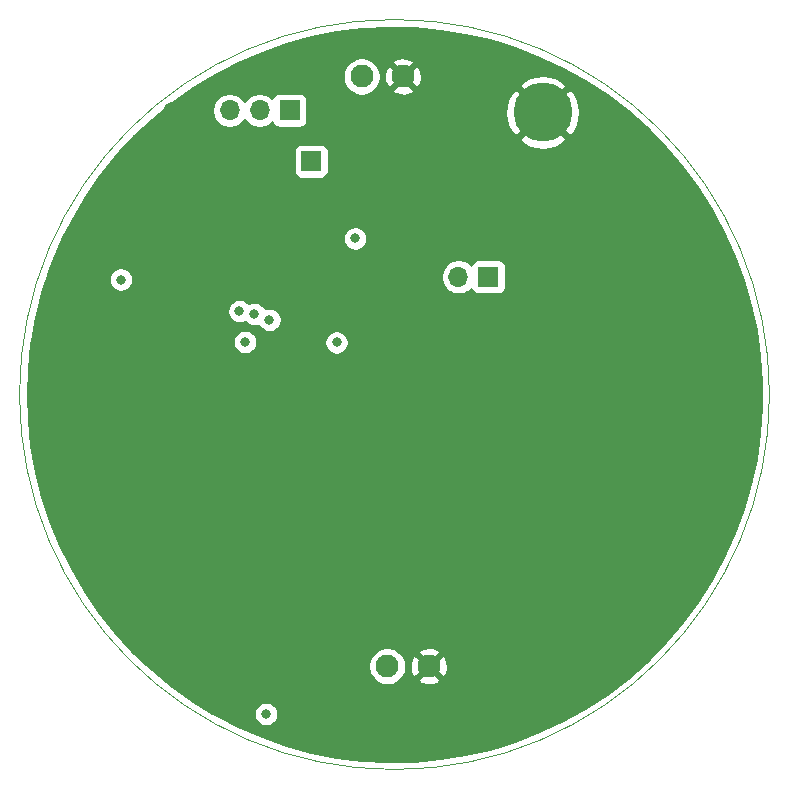
<source format=gbr>
G04 #@! TF.GenerationSoftware,KiCad,Pcbnew,(5.1.5)-3*
G04 #@! TF.CreationDate,2021-11-18T20:40:18-08:00*
G04 #@! TF.ProjectId,nixie_supply_v1,6e697869-655f-4737-9570-706c795f7631,rev?*
G04 #@! TF.SameCoordinates,Original*
G04 #@! TF.FileFunction,Copper,L2,Inr*
G04 #@! TF.FilePolarity,Positive*
%FSLAX46Y46*%
G04 Gerber Fmt 4.6, Leading zero omitted, Abs format (unit mm)*
G04 Created by KiCad (PCBNEW (5.1.5)-3) date 2021-11-18 20:40:18*
%MOMM*%
%LPD*%
G04 APERTURE LIST*
%ADD10C,0.120000*%
%ADD11C,5.000000*%
%ADD12O,1.700000X1.700000*%
%ADD13R,1.700000X1.700000*%
%ADD14C,1.950000*%
%ADD15C,0.800000*%
%ADD16C,1.600200*%
%ADD17C,0.254000*%
G04 APERTURE END LIST*
D10*
X159664400Y-69088000D02*
G75*
G03X159664400Y-69088000I-31750000J0D01*
G01*
D11*
X140462000Y-45212000D03*
D12*
X133324600Y-59131200D03*
D13*
X135864600Y-59131200D03*
D14*
X127307400Y-92100400D03*
X130807400Y-92100400D03*
X125123000Y-42164000D03*
X128623000Y-42164000D03*
D13*
X119024400Y-45034200D03*
D12*
X116484400Y-45034200D03*
X113944400Y-45034200D03*
D13*
X120853200Y-49326800D03*
D15*
X114782600Y-62026800D03*
X124587000Y-55880000D03*
D16*
X100421440Y-61526420D03*
X100421440Y-58986420D03*
X100421440Y-64066420D03*
X130886200Y-82397600D03*
X130886200Y-79857600D03*
D15*
X123398280Y-51440080D03*
X124668280Y-51440080D03*
D16*
X109169200Y-47599600D03*
X109169200Y-45059600D03*
X100365560Y-74693780D03*
X100365560Y-72153780D03*
X100365560Y-69613780D03*
X112115600Y-69189600D03*
X114655600Y-69189600D03*
X112115600Y-79349600D03*
X114655600Y-79349600D03*
X144322800Y-84455000D03*
X144322800Y-81915000D03*
X137795000Y-81915000D03*
X137795000Y-84455000D03*
X131671060Y-42006520D03*
X131671060Y-44546520D03*
X131671060Y-39466520D03*
X106606340Y-60612020D03*
X106606340Y-58072020D03*
X106832400Y-52603400D03*
X106832400Y-50063400D03*
D15*
X120294400Y-54889400D03*
X120294400Y-57429400D03*
X118719600Y-62458600D03*
X120269000Y-59944000D03*
X124663200Y-52578000D03*
X104749600Y-59359800D03*
X116052600Y-62280800D03*
X117322600Y-62763400D03*
X117043200Y-96139000D03*
X115265200Y-64643000D03*
X123017280Y-64678560D03*
D17*
G36*
X129557938Y-38076521D02*
G01*
X131741361Y-38269704D01*
X133905719Y-38616421D01*
X136040228Y-39114946D01*
X138134255Y-39762796D01*
X140177367Y-40556742D01*
X142159385Y-41492830D01*
X144070436Y-42566395D01*
X145900998Y-43772090D01*
X147641952Y-45103907D01*
X149284624Y-46555212D01*
X150820831Y-48118774D01*
X152242919Y-49786803D01*
X153543803Y-51550991D01*
X154717004Y-53402546D01*
X155756675Y-55332246D01*
X156657637Y-57330476D01*
X157415402Y-59387282D01*
X158026194Y-61492416D01*
X158486971Y-63635391D01*
X158795437Y-65805531D01*
X158950055Y-67992024D01*
X158950055Y-70183976D01*
X158795437Y-72370469D01*
X158486971Y-74540609D01*
X158026194Y-76683584D01*
X157415402Y-78788718D01*
X156657637Y-80845524D01*
X155756675Y-82843754D01*
X154717004Y-84773454D01*
X153543803Y-86625009D01*
X152242919Y-88389197D01*
X150820831Y-90057226D01*
X149284624Y-91620788D01*
X147641952Y-93072093D01*
X145900998Y-94403910D01*
X144070436Y-95609605D01*
X142159385Y-96683170D01*
X140177367Y-97619258D01*
X138134255Y-98413204D01*
X136040228Y-99061054D01*
X133905719Y-99559579D01*
X131741361Y-99906296D01*
X129557938Y-100099479D01*
X127366326Y-100138163D01*
X125177445Y-100022158D01*
X123002200Y-99752039D01*
X120851427Y-99329155D01*
X118735841Y-98755610D01*
X116665982Y-98034263D01*
X114652162Y-97168706D01*
X112704414Y-96163254D01*
X112497257Y-96037061D01*
X116008200Y-96037061D01*
X116008200Y-96240939D01*
X116047974Y-96440898D01*
X116125995Y-96629256D01*
X116239263Y-96798774D01*
X116383426Y-96942937D01*
X116552944Y-97056205D01*
X116741302Y-97134226D01*
X116941261Y-97174000D01*
X117145139Y-97174000D01*
X117345098Y-97134226D01*
X117533456Y-97056205D01*
X117702974Y-96942937D01*
X117847137Y-96798774D01*
X117960405Y-96629256D01*
X118038426Y-96440898D01*
X118078200Y-96240939D01*
X118078200Y-96037061D01*
X118038426Y-95837102D01*
X117960405Y-95648744D01*
X117847137Y-95479226D01*
X117702974Y-95335063D01*
X117533456Y-95221795D01*
X117345098Y-95143774D01*
X117145139Y-95104000D01*
X116941261Y-95104000D01*
X116741302Y-95143774D01*
X116552944Y-95221795D01*
X116383426Y-95335063D01*
X116239263Y-95479226D01*
X116125995Y-95648744D01*
X116047974Y-95837102D01*
X116008200Y-96037061D01*
X112497257Y-96037061D01*
X110832442Y-95022913D01*
X109045571Y-93753367D01*
X107352703Y-92360938D01*
X106910795Y-91941829D01*
X125697400Y-91941829D01*
X125697400Y-92258971D01*
X125759271Y-92570020D01*
X125880637Y-92863021D01*
X126056831Y-93126715D01*
X126281085Y-93350969D01*
X126544779Y-93527163D01*
X126837780Y-93648529D01*
X127148829Y-93710400D01*
X127465971Y-93710400D01*
X127777020Y-93648529D01*
X128070021Y-93527163D01*
X128333715Y-93350969D01*
X128466700Y-93217984D01*
X129869421Y-93217984D01*
X129962166Y-93479829D01*
X130247520Y-93618220D01*
X130554390Y-93698283D01*
X130870984Y-93716940D01*
X131185133Y-93673474D01*
X131484767Y-93569556D01*
X131652634Y-93479829D01*
X131745379Y-93217984D01*
X130807400Y-92280005D01*
X129869421Y-93217984D01*
X128466700Y-93217984D01*
X128557969Y-93126715D01*
X128734163Y-92863021D01*
X128855529Y-92570020D01*
X128917400Y-92258971D01*
X128917400Y-92163984D01*
X129190860Y-92163984D01*
X129234326Y-92478133D01*
X129338244Y-92777767D01*
X129427971Y-92945634D01*
X129689816Y-93038379D01*
X130627795Y-92100400D01*
X130987005Y-92100400D01*
X131924984Y-93038379D01*
X132186829Y-92945634D01*
X132325220Y-92660280D01*
X132405283Y-92353410D01*
X132423940Y-92036816D01*
X132380474Y-91722667D01*
X132276556Y-91423033D01*
X132186829Y-91255166D01*
X131924984Y-91162421D01*
X130987005Y-92100400D01*
X130627795Y-92100400D01*
X129689816Y-91162421D01*
X129427971Y-91255166D01*
X129289580Y-91540520D01*
X129209517Y-91847390D01*
X129190860Y-92163984D01*
X128917400Y-92163984D01*
X128917400Y-91941829D01*
X128855529Y-91630780D01*
X128734163Y-91337779D01*
X128557969Y-91074085D01*
X128466700Y-90982816D01*
X129869421Y-90982816D01*
X130807400Y-91920795D01*
X131745379Y-90982816D01*
X131652634Y-90720971D01*
X131367280Y-90582580D01*
X131060410Y-90502517D01*
X130743816Y-90483860D01*
X130429667Y-90527326D01*
X130130033Y-90631244D01*
X129962166Y-90720971D01*
X129869421Y-90982816D01*
X128466700Y-90982816D01*
X128333715Y-90849831D01*
X128070021Y-90673637D01*
X127777020Y-90552271D01*
X127465971Y-90490400D01*
X127148829Y-90490400D01*
X126837780Y-90552271D01*
X126544779Y-90673637D01*
X126281085Y-90849831D01*
X126056831Y-91074085D01*
X125880637Y-91337779D01*
X125759271Y-91630780D01*
X125697400Y-91941829D01*
X106910795Y-91941829D01*
X105762273Y-90852565D01*
X104282204Y-89235762D01*
X102919869Y-87518584D01*
X101682055Y-85709586D01*
X100574930Y-83817780D01*
X99604009Y-81852590D01*
X98774128Y-79823809D01*
X98089423Y-77741541D01*
X97553305Y-75616163D01*
X97168444Y-73458261D01*
X96936757Y-71278587D01*
X96859400Y-69088000D01*
X96936757Y-66897413D01*
X97168444Y-64717739D01*
X97199954Y-64541061D01*
X114230200Y-64541061D01*
X114230200Y-64744939D01*
X114269974Y-64944898D01*
X114347995Y-65133256D01*
X114461263Y-65302774D01*
X114605426Y-65446937D01*
X114774944Y-65560205D01*
X114963302Y-65638226D01*
X115163261Y-65678000D01*
X115367139Y-65678000D01*
X115567098Y-65638226D01*
X115755456Y-65560205D01*
X115924974Y-65446937D01*
X116069137Y-65302774D01*
X116182405Y-65133256D01*
X116260426Y-64944898D01*
X116300200Y-64744939D01*
X116300200Y-64576621D01*
X121982280Y-64576621D01*
X121982280Y-64780499D01*
X122022054Y-64980458D01*
X122100075Y-65168816D01*
X122213343Y-65338334D01*
X122357506Y-65482497D01*
X122527024Y-65595765D01*
X122715382Y-65673786D01*
X122915341Y-65713560D01*
X123119219Y-65713560D01*
X123319178Y-65673786D01*
X123507536Y-65595765D01*
X123677054Y-65482497D01*
X123821217Y-65338334D01*
X123934485Y-65168816D01*
X124012506Y-64980458D01*
X124052280Y-64780499D01*
X124052280Y-64576621D01*
X124012506Y-64376662D01*
X123934485Y-64188304D01*
X123821217Y-64018786D01*
X123677054Y-63874623D01*
X123507536Y-63761355D01*
X123319178Y-63683334D01*
X123119219Y-63643560D01*
X122915341Y-63643560D01*
X122715382Y-63683334D01*
X122527024Y-63761355D01*
X122357506Y-63874623D01*
X122213343Y-64018786D01*
X122100075Y-64188304D01*
X122022054Y-64376662D01*
X121982280Y-64576621D01*
X116300200Y-64576621D01*
X116300200Y-64541061D01*
X116260426Y-64341102D01*
X116182405Y-64152744D01*
X116069137Y-63983226D01*
X115924974Y-63839063D01*
X115755456Y-63725795D01*
X115567098Y-63647774D01*
X115367139Y-63608000D01*
X115163261Y-63608000D01*
X114963302Y-63647774D01*
X114774944Y-63725795D01*
X114605426Y-63839063D01*
X114461263Y-63983226D01*
X114347995Y-64152744D01*
X114269974Y-64341102D01*
X114230200Y-64541061D01*
X97199954Y-64541061D01*
X97553305Y-62559837D01*
X97713475Y-61924861D01*
X113747600Y-61924861D01*
X113747600Y-62128739D01*
X113787374Y-62328698D01*
X113865395Y-62517056D01*
X113978663Y-62686574D01*
X114122826Y-62830737D01*
X114292344Y-62944005D01*
X114480702Y-63022026D01*
X114680661Y-63061800D01*
X114884539Y-63061800D01*
X115084498Y-63022026D01*
X115258175Y-62950086D01*
X115392826Y-63084737D01*
X115562344Y-63198005D01*
X115750702Y-63276026D01*
X115950661Y-63315800D01*
X116154539Y-63315800D01*
X116354498Y-63276026D01*
X116406069Y-63254664D01*
X116518663Y-63423174D01*
X116662826Y-63567337D01*
X116832344Y-63680605D01*
X117020702Y-63758626D01*
X117220661Y-63798400D01*
X117424539Y-63798400D01*
X117624498Y-63758626D01*
X117812856Y-63680605D01*
X117982374Y-63567337D01*
X118126537Y-63423174D01*
X118239805Y-63253656D01*
X118317826Y-63065298D01*
X118357600Y-62865339D01*
X118357600Y-62661461D01*
X118317826Y-62461502D01*
X118239805Y-62273144D01*
X118126537Y-62103626D01*
X117982374Y-61959463D01*
X117812856Y-61846195D01*
X117624498Y-61768174D01*
X117424539Y-61728400D01*
X117220661Y-61728400D01*
X117020702Y-61768174D01*
X116969131Y-61789536D01*
X116856537Y-61621026D01*
X116712374Y-61476863D01*
X116542856Y-61363595D01*
X116354498Y-61285574D01*
X116154539Y-61245800D01*
X115950661Y-61245800D01*
X115750702Y-61285574D01*
X115577025Y-61357514D01*
X115442374Y-61222863D01*
X115272856Y-61109595D01*
X115084498Y-61031574D01*
X114884539Y-60991800D01*
X114680661Y-60991800D01*
X114480702Y-61031574D01*
X114292344Y-61109595D01*
X114122826Y-61222863D01*
X113978663Y-61367026D01*
X113865395Y-61536544D01*
X113787374Y-61724902D01*
X113747600Y-61924861D01*
X97713475Y-61924861D01*
X98089423Y-60434459D01*
X98476319Y-59257861D01*
X103714600Y-59257861D01*
X103714600Y-59461739D01*
X103754374Y-59661698D01*
X103832395Y-59850056D01*
X103945663Y-60019574D01*
X104089826Y-60163737D01*
X104259344Y-60277005D01*
X104447702Y-60355026D01*
X104647661Y-60394800D01*
X104851539Y-60394800D01*
X105051498Y-60355026D01*
X105239856Y-60277005D01*
X105409374Y-60163737D01*
X105553537Y-60019574D01*
X105666805Y-59850056D01*
X105744826Y-59661698D01*
X105784600Y-59461739D01*
X105784600Y-59257861D01*
X105744826Y-59057902D01*
X105714604Y-58984940D01*
X131839600Y-58984940D01*
X131839600Y-59277460D01*
X131896668Y-59564358D01*
X132008610Y-59834611D01*
X132171125Y-60077832D01*
X132377968Y-60284675D01*
X132621189Y-60447190D01*
X132891442Y-60559132D01*
X133178340Y-60616200D01*
X133470860Y-60616200D01*
X133757758Y-60559132D01*
X134028011Y-60447190D01*
X134271232Y-60284675D01*
X134403087Y-60152820D01*
X134425098Y-60225380D01*
X134484063Y-60335694D01*
X134563415Y-60432385D01*
X134660106Y-60511737D01*
X134770420Y-60570702D01*
X134890118Y-60607012D01*
X135014600Y-60619272D01*
X136714600Y-60619272D01*
X136839082Y-60607012D01*
X136958780Y-60570702D01*
X137069094Y-60511737D01*
X137165785Y-60432385D01*
X137245137Y-60335694D01*
X137304102Y-60225380D01*
X137340412Y-60105682D01*
X137352672Y-59981200D01*
X137352672Y-58281200D01*
X137340412Y-58156718D01*
X137304102Y-58037020D01*
X137245137Y-57926706D01*
X137165785Y-57830015D01*
X137069094Y-57750663D01*
X136958780Y-57691698D01*
X136839082Y-57655388D01*
X136714600Y-57643128D01*
X135014600Y-57643128D01*
X134890118Y-57655388D01*
X134770420Y-57691698D01*
X134660106Y-57750663D01*
X134563415Y-57830015D01*
X134484063Y-57926706D01*
X134425098Y-58037020D01*
X134403087Y-58109580D01*
X134271232Y-57977725D01*
X134028011Y-57815210D01*
X133757758Y-57703268D01*
X133470860Y-57646200D01*
X133178340Y-57646200D01*
X132891442Y-57703268D01*
X132621189Y-57815210D01*
X132377968Y-57977725D01*
X132171125Y-58184568D01*
X132008610Y-58427789D01*
X131896668Y-58698042D01*
X131839600Y-58984940D01*
X105714604Y-58984940D01*
X105666805Y-58869544D01*
X105553537Y-58700026D01*
X105409374Y-58555863D01*
X105239856Y-58442595D01*
X105051498Y-58364574D01*
X104851539Y-58324800D01*
X104647661Y-58324800D01*
X104447702Y-58364574D01*
X104259344Y-58442595D01*
X104089826Y-58555863D01*
X103945663Y-58700026D01*
X103832395Y-58869544D01*
X103754374Y-59057902D01*
X103714600Y-59257861D01*
X98476319Y-59257861D01*
X98774128Y-58352191D01*
X99604009Y-56323410D01*
X99873443Y-55778061D01*
X123552000Y-55778061D01*
X123552000Y-55981939D01*
X123591774Y-56181898D01*
X123669795Y-56370256D01*
X123783063Y-56539774D01*
X123927226Y-56683937D01*
X124096744Y-56797205D01*
X124285102Y-56875226D01*
X124485061Y-56915000D01*
X124688939Y-56915000D01*
X124888898Y-56875226D01*
X125077256Y-56797205D01*
X125246774Y-56683937D01*
X125390937Y-56539774D01*
X125504205Y-56370256D01*
X125582226Y-56181898D01*
X125622000Y-55981939D01*
X125622000Y-55778061D01*
X125582226Y-55578102D01*
X125504205Y-55389744D01*
X125390937Y-55220226D01*
X125246774Y-55076063D01*
X125077256Y-54962795D01*
X124888898Y-54884774D01*
X124688939Y-54845000D01*
X124485061Y-54845000D01*
X124285102Y-54884774D01*
X124096744Y-54962795D01*
X123927226Y-55076063D01*
X123783063Y-55220226D01*
X123669795Y-55389744D01*
X123591774Y-55578102D01*
X123552000Y-55778061D01*
X99873443Y-55778061D01*
X100574930Y-54358220D01*
X101682055Y-52466414D01*
X102919869Y-50657416D01*
X104282204Y-48940238D01*
X104706448Y-48476800D01*
X119365128Y-48476800D01*
X119365128Y-50176800D01*
X119377388Y-50301282D01*
X119413698Y-50420980D01*
X119472663Y-50531294D01*
X119552015Y-50627985D01*
X119648706Y-50707337D01*
X119759020Y-50766302D01*
X119878718Y-50802612D01*
X120003200Y-50814872D01*
X121703200Y-50814872D01*
X121827682Y-50802612D01*
X121947380Y-50766302D01*
X122057694Y-50707337D01*
X122154385Y-50627985D01*
X122233737Y-50531294D01*
X122292702Y-50420980D01*
X122329012Y-50301282D01*
X122341272Y-50176800D01*
X122341272Y-48476800D01*
X122329012Y-48352318D01*
X122292702Y-48232620D01*
X122233737Y-48122306D01*
X122154385Y-48025615D01*
X122057694Y-47946263D01*
X121947380Y-47887298D01*
X121827682Y-47850988D01*
X121703200Y-47838728D01*
X120003200Y-47838728D01*
X119878718Y-47850988D01*
X119759020Y-47887298D01*
X119648706Y-47946263D01*
X119552015Y-48025615D01*
X119472663Y-48122306D01*
X119413698Y-48232620D01*
X119377388Y-48352318D01*
X119365128Y-48476800D01*
X104706448Y-48476800D01*
X105678316Y-47415148D01*
X138438457Y-47415148D01*
X138714627Y-47833118D01*
X139259557Y-48123649D01*
X139850696Y-48302287D01*
X140465328Y-48362168D01*
X141079831Y-48300990D01*
X141670592Y-48121103D01*
X142209373Y-47833118D01*
X142485543Y-47415148D01*
X140462000Y-45391605D01*
X138438457Y-47415148D01*
X105678316Y-47415148D01*
X105762273Y-47323435D01*
X107352703Y-45815062D01*
X108479866Y-44887940D01*
X112459400Y-44887940D01*
X112459400Y-45180460D01*
X112516468Y-45467358D01*
X112628410Y-45737611D01*
X112790925Y-45980832D01*
X112997768Y-46187675D01*
X113240989Y-46350190D01*
X113511242Y-46462132D01*
X113798140Y-46519200D01*
X114090660Y-46519200D01*
X114377558Y-46462132D01*
X114647811Y-46350190D01*
X114891032Y-46187675D01*
X115097875Y-45980832D01*
X115214400Y-45806440D01*
X115330925Y-45980832D01*
X115537768Y-46187675D01*
X115780989Y-46350190D01*
X116051242Y-46462132D01*
X116338140Y-46519200D01*
X116630660Y-46519200D01*
X116917558Y-46462132D01*
X117187811Y-46350190D01*
X117431032Y-46187675D01*
X117562887Y-46055820D01*
X117584898Y-46128380D01*
X117643863Y-46238694D01*
X117723215Y-46335385D01*
X117819906Y-46414737D01*
X117930220Y-46473702D01*
X118049918Y-46510012D01*
X118174400Y-46522272D01*
X119874400Y-46522272D01*
X119998882Y-46510012D01*
X120118580Y-46473702D01*
X120228894Y-46414737D01*
X120325585Y-46335385D01*
X120404937Y-46238694D01*
X120463902Y-46128380D01*
X120500212Y-46008682D01*
X120512472Y-45884200D01*
X120512472Y-45215328D01*
X137311832Y-45215328D01*
X137373010Y-45829831D01*
X137552897Y-46420592D01*
X137840882Y-46959373D01*
X138258852Y-47235543D01*
X140282395Y-45212000D01*
X140641605Y-45212000D01*
X142665148Y-47235543D01*
X143083118Y-46959373D01*
X143373649Y-46414443D01*
X143552287Y-45823304D01*
X143612168Y-45208672D01*
X143550990Y-44594169D01*
X143371103Y-44003408D01*
X143083118Y-43464627D01*
X142665148Y-43188457D01*
X140641605Y-45212000D01*
X140282395Y-45212000D01*
X138258852Y-43188457D01*
X137840882Y-43464627D01*
X137550351Y-44009557D01*
X137371713Y-44600696D01*
X137311832Y-45215328D01*
X120512472Y-45215328D01*
X120512472Y-44184200D01*
X120500212Y-44059718D01*
X120463902Y-43940020D01*
X120404937Y-43829706D01*
X120325585Y-43733015D01*
X120228894Y-43653663D01*
X120118580Y-43594698D01*
X119998882Y-43558388D01*
X119874400Y-43546128D01*
X118174400Y-43546128D01*
X118049918Y-43558388D01*
X117930220Y-43594698D01*
X117819906Y-43653663D01*
X117723215Y-43733015D01*
X117643863Y-43829706D01*
X117584898Y-43940020D01*
X117562887Y-44012580D01*
X117431032Y-43880725D01*
X117187811Y-43718210D01*
X116917558Y-43606268D01*
X116630660Y-43549200D01*
X116338140Y-43549200D01*
X116051242Y-43606268D01*
X115780989Y-43718210D01*
X115537768Y-43880725D01*
X115330925Y-44087568D01*
X115214400Y-44261960D01*
X115097875Y-44087568D01*
X114891032Y-43880725D01*
X114647811Y-43718210D01*
X114377558Y-43606268D01*
X114090660Y-43549200D01*
X113798140Y-43549200D01*
X113511242Y-43606268D01*
X113240989Y-43718210D01*
X112997768Y-43880725D01*
X112790925Y-44087568D01*
X112628410Y-44330789D01*
X112516468Y-44601042D01*
X112459400Y-44887940D01*
X108479866Y-44887940D01*
X109045571Y-44422633D01*
X110832442Y-43153087D01*
X112704414Y-42012746D01*
X112718588Y-42005429D01*
X123513000Y-42005429D01*
X123513000Y-42322571D01*
X123574871Y-42633620D01*
X123696237Y-42926621D01*
X123872431Y-43190315D01*
X124096685Y-43414569D01*
X124360379Y-43590763D01*
X124653380Y-43712129D01*
X124964429Y-43774000D01*
X125281571Y-43774000D01*
X125592620Y-43712129D01*
X125885621Y-43590763D01*
X126149315Y-43414569D01*
X126282300Y-43281584D01*
X127685021Y-43281584D01*
X127777766Y-43543429D01*
X128063120Y-43681820D01*
X128369990Y-43761883D01*
X128686584Y-43780540D01*
X129000733Y-43737074D01*
X129300367Y-43633156D01*
X129468234Y-43543429D01*
X129560979Y-43281584D01*
X128623000Y-42343605D01*
X127685021Y-43281584D01*
X126282300Y-43281584D01*
X126373569Y-43190315D01*
X126549763Y-42926621D01*
X126671129Y-42633620D01*
X126733000Y-42322571D01*
X126733000Y-42227584D01*
X127006460Y-42227584D01*
X127049926Y-42541733D01*
X127153844Y-42841367D01*
X127243571Y-43009234D01*
X127505416Y-43101979D01*
X128443395Y-42164000D01*
X128802605Y-42164000D01*
X129740584Y-43101979D01*
X130002429Y-43009234D01*
X130002614Y-43008852D01*
X138438457Y-43008852D01*
X140462000Y-45032395D01*
X142485543Y-43008852D01*
X142209373Y-42590882D01*
X141664443Y-42300351D01*
X141073304Y-42121713D01*
X140458672Y-42061832D01*
X139844169Y-42123010D01*
X139253408Y-42302897D01*
X138714627Y-42590882D01*
X138438457Y-43008852D01*
X130002614Y-43008852D01*
X130140820Y-42723880D01*
X130220883Y-42417010D01*
X130239540Y-42100416D01*
X130196074Y-41786267D01*
X130092156Y-41486633D01*
X130002429Y-41318766D01*
X129740584Y-41226021D01*
X128802605Y-42164000D01*
X128443395Y-42164000D01*
X127505416Y-41226021D01*
X127243571Y-41318766D01*
X127105180Y-41604120D01*
X127025117Y-41910990D01*
X127006460Y-42227584D01*
X126733000Y-42227584D01*
X126733000Y-42005429D01*
X126671129Y-41694380D01*
X126549763Y-41401379D01*
X126373569Y-41137685D01*
X126282300Y-41046416D01*
X127685021Y-41046416D01*
X128623000Y-41984395D01*
X129560979Y-41046416D01*
X129468234Y-40784571D01*
X129182880Y-40646180D01*
X128876010Y-40566117D01*
X128559416Y-40547460D01*
X128245267Y-40590926D01*
X127945633Y-40694844D01*
X127777766Y-40784571D01*
X127685021Y-41046416D01*
X126282300Y-41046416D01*
X126149315Y-40913431D01*
X125885621Y-40737237D01*
X125592620Y-40615871D01*
X125281571Y-40554000D01*
X124964429Y-40554000D01*
X124653380Y-40615871D01*
X124360379Y-40737237D01*
X124096685Y-40913431D01*
X123872431Y-41137685D01*
X123696237Y-41401379D01*
X123574871Y-41694380D01*
X123513000Y-42005429D01*
X112718588Y-42005429D01*
X114652162Y-41007294D01*
X116665982Y-40141737D01*
X118735841Y-39420390D01*
X120851427Y-38846845D01*
X123002200Y-38423961D01*
X125177445Y-38153842D01*
X127366326Y-38037837D01*
X129557938Y-38076521D01*
G37*
X129557938Y-38076521D02*
X131741361Y-38269704D01*
X133905719Y-38616421D01*
X136040228Y-39114946D01*
X138134255Y-39762796D01*
X140177367Y-40556742D01*
X142159385Y-41492830D01*
X144070436Y-42566395D01*
X145900998Y-43772090D01*
X147641952Y-45103907D01*
X149284624Y-46555212D01*
X150820831Y-48118774D01*
X152242919Y-49786803D01*
X153543803Y-51550991D01*
X154717004Y-53402546D01*
X155756675Y-55332246D01*
X156657637Y-57330476D01*
X157415402Y-59387282D01*
X158026194Y-61492416D01*
X158486971Y-63635391D01*
X158795437Y-65805531D01*
X158950055Y-67992024D01*
X158950055Y-70183976D01*
X158795437Y-72370469D01*
X158486971Y-74540609D01*
X158026194Y-76683584D01*
X157415402Y-78788718D01*
X156657637Y-80845524D01*
X155756675Y-82843754D01*
X154717004Y-84773454D01*
X153543803Y-86625009D01*
X152242919Y-88389197D01*
X150820831Y-90057226D01*
X149284624Y-91620788D01*
X147641952Y-93072093D01*
X145900998Y-94403910D01*
X144070436Y-95609605D01*
X142159385Y-96683170D01*
X140177367Y-97619258D01*
X138134255Y-98413204D01*
X136040228Y-99061054D01*
X133905719Y-99559579D01*
X131741361Y-99906296D01*
X129557938Y-100099479D01*
X127366326Y-100138163D01*
X125177445Y-100022158D01*
X123002200Y-99752039D01*
X120851427Y-99329155D01*
X118735841Y-98755610D01*
X116665982Y-98034263D01*
X114652162Y-97168706D01*
X112704414Y-96163254D01*
X112497257Y-96037061D01*
X116008200Y-96037061D01*
X116008200Y-96240939D01*
X116047974Y-96440898D01*
X116125995Y-96629256D01*
X116239263Y-96798774D01*
X116383426Y-96942937D01*
X116552944Y-97056205D01*
X116741302Y-97134226D01*
X116941261Y-97174000D01*
X117145139Y-97174000D01*
X117345098Y-97134226D01*
X117533456Y-97056205D01*
X117702974Y-96942937D01*
X117847137Y-96798774D01*
X117960405Y-96629256D01*
X118038426Y-96440898D01*
X118078200Y-96240939D01*
X118078200Y-96037061D01*
X118038426Y-95837102D01*
X117960405Y-95648744D01*
X117847137Y-95479226D01*
X117702974Y-95335063D01*
X117533456Y-95221795D01*
X117345098Y-95143774D01*
X117145139Y-95104000D01*
X116941261Y-95104000D01*
X116741302Y-95143774D01*
X116552944Y-95221795D01*
X116383426Y-95335063D01*
X116239263Y-95479226D01*
X116125995Y-95648744D01*
X116047974Y-95837102D01*
X116008200Y-96037061D01*
X112497257Y-96037061D01*
X110832442Y-95022913D01*
X109045571Y-93753367D01*
X107352703Y-92360938D01*
X106910795Y-91941829D01*
X125697400Y-91941829D01*
X125697400Y-92258971D01*
X125759271Y-92570020D01*
X125880637Y-92863021D01*
X126056831Y-93126715D01*
X126281085Y-93350969D01*
X126544779Y-93527163D01*
X126837780Y-93648529D01*
X127148829Y-93710400D01*
X127465971Y-93710400D01*
X127777020Y-93648529D01*
X128070021Y-93527163D01*
X128333715Y-93350969D01*
X128466700Y-93217984D01*
X129869421Y-93217984D01*
X129962166Y-93479829D01*
X130247520Y-93618220D01*
X130554390Y-93698283D01*
X130870984Y-93716940D01*
X131185133Y-93673474D01*
X131484767Y-93569556D01*
X131652634Y-93479829D01*
X131745379Y-93217984D01*
X130807400Y-92280005D01*
X129869421Y-93217984D01*
X128466700Y-93217984D01*
X128557969Y-93126715D01*
X128734163Y-92863021D01*
X128855529Y-92570020D01*
X128917400Y-92258971D01*
X128917400Y-92163984D01*
X129190860Y-92163984D01*
X129234326Y-92478133D01*
X129338244Y-92777767D01*
X129427971Y-92945634D01*
X129689816Y-93038379D01*
X130627795Y-92100400D01*
X130987005Y-92100400D01*
X131924984Y-93038379D01*
X132186829Y-92945634D01*
X132325220Y-92660280D01*
X132405283Y-92353410D01*
X132423940Y-92036816D01*
X132380474Y-91722667D01*
X132276556Y-91423033D01*
X132186829Y-91255166D01*
X131924984Y-91162421D01*
X130987005Y-92100400D01*
X130627795Y-92100400D01*
X129689816Y-91162421D01*
X129427971Y-91255166D01*
X129289580Y-91540520D01*
X129209517Y-91847390D01*
X129190860Y-92163984D01*
X128917400Y-92163984D01*
X128917400Y-91941829D01*
X128855529Y-91630780D01*
X128734163Y-91337779D01*
X128557969Y-91074085D01*
X128466700Y-90982816D01*
X129869421Y-90982816D01*
X130807400Y-91920795D01*
X131745379Y-90982816D01*
X131652634Y-90720971D01*
X131367280Y-90582580D01*
X131060410Y-90502517D01*
X130743816Y-90483860D01*
X130429667Y-90527326D01*
X130130033Y-90631244D01*
X129962166Y-90720971D01*
X129869421Y-90982816D01*
X128466700Y-90982816D01*
X128333715Y-90849831D01*
X128070021Y-90673637D01*
X127777020Y-90552271D01*
X127465971Y-90490400D01*
X127148829Y-90490400D01*
X126837780Y-90552271D01*
X126544779Y-90673637D01*
X126281085Y-90849831D01*
X126056831Y-91074085D01*
X125880637Y-91337779D01*
X125759271Y-91630780D01*
X125697400Y-91941829D01*
X106910795Y-91941829D01*
X105762273Y-90852565D01*
X104282204Y-89235762D01*
X102919869Y-87518584D01*
X101682055Y-85709586D01*
X100574930Y-83817780D01*
X99604009Y-81852590D01*
X98774128Y-79823809D01*
X98089423Y-77741541D01*
X97553305Y-75616163D01*
X97168444Y-73458261D01*
X96936757Y-71278587D01*
X96859400Y-69088000D01*
X96936757Y-66897413D01*
X97168444Y-64717739D01*
X97199954Y-64541061D01*
X114230200Y-64541061D01*
X114230200Y-64744939D01*
X114269974Y-64944898D01*
X114347995Y-65133256D01*
X114461263Y-65302774D01*
X114605426Y-65446937D01*
X114774944Y-65560205D01*
X114963302Y-65638226D01*
X115163261Y-65678000D01*
X115367139Y-65678000D01*
X115567098Y-65638226D01*
X115755456Y-65560205D01*
X115924974Y-65446937D01*
X116069137Y-65302774D01*
X116182405Y-65133256D01*
X116260426Y-64944898D01*
X116300200Y-64744939D01*
X116300200Y-64576621D01*
X121982280Y-64576621D01*
X121982280Y-64780499D01*
X122022054Y-64980458D01*
X122100075Y-65168816D01*
X122213343Y-65338334D01*
X122357506Y-65482497D01*
X122527024Y-65595765D01*
X122715382Y-65673786D01*
X122915341Y-65713560D01*
X123119219Y-65713560D01*
X123319178Y-65673786D01*
X123507536Y-65595765D01*
X123677054Y-65482497D01*
X123821217Y-65338334D01*
X123934485Y-65168816D01*
X124012506Y-64980458D01*
X124052280Y-64780499D01*
X124052280Y-64576621D01*
X124012506Y-64376662D01*
X123934485Y-64188304D01*
X123821217Y-64018786D01*
X123677054Y-63874623D01*
X123507536Y-63761355D01*
X123319178Y-63683334D01*
X123119219Y-63643560D01*
X122915341Y-63643560D01*
X122715382Y-63683334D01*
X122527024Y-63761355D01*
X122357506Y-63874623D01*
X122213343Y-64018786D01*
X122100075Y-64188304D01*
X122022054Y-64376662D01*
X121982280Y-64576621D01*
X116300200Y-64576621D01*
X116300200Y-64541061D01*
X116260426Y-64341102D01*
X116182405Y-64152744D01*
X116069137Y-63983226D01*
X115924974Y-63839063D01*
X115755456Y-63725795D01*
X115567098Y-63647774D01*
X115367139Y-63608000D01*
X115163261Y-63608000D01*
X114963302Y-63647774D01*
X114774944Y-63725795D01*
X114605426Y-63839063D01*
X114461263Y-63983226D01*
X114347995Y-64152744D01*
X114269974Y-64341102D01*
X114230200Y-64541061D01*
X97199954Y-64541061D01*
X97553305Y-62559837D01*
X97713475Y-61924861D01*
X113747600Y-61924861D01*
X113747600Y-62128739D01*
X113787374Y-62328698D01*
X113865395Y-62517056D01*
X113978663Y-62686574D01*
X114122826Y-62830737D01*
X114292344Y-62944005D01*
X114480702Y-63022026D01*
X114680661Y-63061800D01*
X114884539Y-63061800D01*
X115084498Y-63022026D01*
X115258175Y-62950086D01*
X115392826Y-63084737D01*
X115562344Y-63198005D01*
X115750702Y-63276026D01*
X115950661Y-63315800D01*
X116154539Y-63315800D01*
X116354498Y-63276026D01*
X116406069Y-63254664D01*
X116518663Y-63423174D01*
X116662826Y-63567337D01*
X116832344Y-63680605D01*
X117020702Y-63758626D01*
X117220661Y-63798400D01*
X117424539Y-63798400D01*
X117624498Y-63758626D01*
X117812856Y-63680605D01*
X117982374Y-63567337D01*
X118126537Y-63423174D01*
X118239805Y-63253656D01*
X118317826Y-63065298D01*
X118357600Y-62865339D01*
X118357600Y-62661461D01*
X118317826Y-62461502D01*
X118239805Y-62273144D01*
X118126537Y-62103626D01*
X117982374Y-61959463D01*
X117812856Y-61846195D01*
X117624498Y-61768174D01*
X117424539Y-61728400D01*
X117220661Y-61728400D01*
X117020702Y-61768174D01*
X116969131Y-61789536D01*
X116856537Y-61621026D01*
X116712374Y-61476863D01*
X116542856Y-61363595D01*
X116354498Y-61285574D01*
X116154539Y-61245800D01*
X115950661Y-61245800D01*
X115750702Y-61285574D01*
X115577025Y-61357514D01*
X115442374Y-61222863D01*
X115272856Y-61109595D01*
X115084498Y-61031574D01*
X114884539Y-60991800D01*
X114680661Y-60991800D01*
X114480702Y-61031574D01*
X114292344Y-61109595D01*
X114122826Y-61222863D01*
X113978663Y-61367026D01*
X113865395Y-61536544D01*
X113787374Y-61724902D01*
X113747600Y-61924861D01*
X97713475Y-61924861D01*
X98089423Y-60434459D01*
X98476319Y-59257861D01*
X103714600Y-59257861D01*
X103714600Y-59461739D01*
X103754374Y-59661698D01*
X103832395Y-59850056D01*
X103945663Y-60019574D01*
X104089826Y-60163737D01*
X104259344Y-60277005D01*
X104447702Y-60355026D01*
X104647661Y-60394800D01*
X104851539Y-60394800D01*
X105051498Y-60355026D01*
X105239856Y-60277005D01*
X105409374Y-60163737D01*
X105553537Y-60019574D01*
X105666805Y-59850056D01*
X105744826Y-59661698D01*
X105784600Y-59461739D01*
X105784600Y-59257861D01*
X105744826Y-59057902D01*
X105714604Y-58984940D01*
X131839600Y-58984940D01*
X131839600Y-59277460D01*
X131896668Y-59564358D01*
X132008610Y-59834611D01*
X132171125Y-60077832D01*
X132377968Y-60284675D01*
X132621189Y-60447190D01*
X132891442Y-60559132D01*
X133178340Y-60616200D01*
X133470860Y-60616200D01*
X133757758Y-60559132D01*
X134028011Y-60447190D01*
X134271232Y-60284675D01*
X134403087Y-60152820D01*
X134425098Y-60225380D01*
X134484063Y-60335694D01*
X134563415Y-60432385D01*
X134660106Y-60511737D01*
X134770420Y-60570702D01*
X134890118Y-60607012D01*
X135014600Y-60619272D01*
X136714600Y-60619272D01*
X136839082Y-60607012D01*
X136958780Y-60570702D01*
X137069094Y-60511737D01*
X137165785Y-60432385D01*
X137245137Y-60335694D01*
X137304102Y-60225380D01*
X137340412Y-60105682D01*
X137352672Y-59981200D01*
X137352672Y-58281200D01*
X137340412Y-58156718D01*
X137304102Y-58037020D01*
X137245137Y-57926706D01*
X137165785Y-57830015D01*
X137069094Y-57750663D01*
X136958780Y-57691698D01*
X136839082Y-57655388D01*
X136714600Y-57643128D01*
X135014600Y-57643128D01*
X134890118Y-57655388D01*
X134770420Y-57691698D01*
X134660106Y-57750663D01*
X134563415Y-57830015D01*
X134484063Y-57926706D01*
X134425098Y-58037020D01*
X134403087Y-58109580D01*
X134271232Y-57977725D01*
X134028011Y-57815210D01*
X133757758Y-57703268D01*
X133470860Y-57646200D01*
X133178340Y-57646200D01*
X132891442Y-57703268D01*
X132621189Y-57815210D01*
X132377968Y-57977725D01*
X132171125Y-58184568D01*
X132008610Y-58427789D01*
X131896668Y-58698042D01*
X131839600Y-58984940D01*
X105714604Y-58984940D01*
X105666805Y-58869544D01*
X105553537Y-58700026D01*
X105409374Y-58555863D01*
X105239856Y-58442595D01*
X105051498Y-58364574D01*
X104851539Y-58324800D01*
X104647661Y-58324800D01*
X104447702Y-58364574D01*
X104259344Y-58442595D01*
X104089826Y-58555863D01*
X103945663Y-58700026D01*
X103832395Y-58869544D01*
X103754374Y-59057902D01*
X103714600Y-59257861D01*
X98476319Y-59257861D01*
X98774128Y-58352191D01*
X99604009Y-56323410D01*
X99873443Y-55778061D01*
X123552000Y-55778061D01*
X123552000Y-55981939D01*
X123591774Y-56181898D01*
X123669795Y-56370256D01*
X123783063Y-56539774D01*
X123927226Y-56683937D01*
X124096744Y-56797205D01*
X124285102Y-56875226D01*
X124485061Y-56915000D01*
X124688939Y-56915000D01*
X124888898Y-56875226D01*
X125077256Y-56797205D01*
X125246774Y-56683937D01*
X125390937Y-56539774D01*
X125504205Y-56370256D01*
X125582226Y-56181898D01*
X125622000Y-55981939D01*
X125622000Y-55778061D01*
X125582226Y-55578102D01*
X125504205Y-55389744D01*
X125390937Y-55220226D01*
X125246774Y-55076063D01*
X125077256Y-54962795D01*
X124888898Y-54884774D01*
X124688939Y-54845000D01*
X124485061Y-54845000D01*
X124285102Y-54884774D01*
X124096744Y-54962795D01*
X123927226Y-55076063D01*
X123783063Y-55220226D01*
X123669795Y-55389744D01*
X123591774Y-55578102D01*
X123552000Y-55778061D01*
X99873443Y-55778061D01*
X100574930Y-54358220D01*
X101682055Y-52466414D01*
X102919869Y-50657416D01*
X104282204Y-48940238D01*
X104706448Y-48476800D01*
X119365128Y-48476800D01*
X119365128Y-50176800D01*
X119377388Y-50301282D01*
X119413698Y-50420980D01*
X119472663Y-50531294D01*
X119552015Y-50627985D01*
X119648706Y-50707337D01*
X119759020Y-50766302D01*
X119878718Y-50802612D01*
X120003200Y-50814872D01*
X121703200Y-50814872D01*
X121827682Y-50802612D01*
X121947380Y-50766302D01*
X122057694Y-50707337D01*
X122154385Y-50627985D01*
X122233737Y-50531294D01*
X122292702Y-50420980D01*
X122329012Y-50301282D01*
X122341272Y-50176800D01*
X122341272Y-48476800D01*
X122329012Y-48352318D01*
X122292702Y-48232620D01*
X122233737Y-48122306D01*
X122154385Y-48025615D01*
X122057694Y-47946263D01*
X121947380Y-47887298D01*
X121827682Y-47850988D01*
X121703200Y-47838728D01*
X120003200Y-47838728D01*
X119878718Y-47850988D01*
X119759020Y-47887298D01*
X119648706Y-47946263D01*
X119552015Y-48025615D01*
X119472663Y-48122306D01*
X119413698Y-48232620D01*
X119377388Y-48352318D01*
X119365128Y-48476800D01*
X104706448Y-48476800D01*
X105678316Y-47415148D01*
X138438457Y-47415148D01*
X138714627Y-47833118D01*
X139259557Y-48123649D01*
X139850696Y-48302287D01*
X140465328Y-48362168D01*
X141079831Y-48300990D01*
X141670592Y-48121103D01*
X142209373Y-47833118D01*
X142485543Y-47415148D01*
X140462000Y-45391605D01*
X138438457Y-47415148D01*
X105678316Y-47415148D01*
X105762273Y-47323435D01*
X107352703Y-45815062D01*
X108479866Y-44887940D01*
X112459400Y-44887940D01*
X112459400Y-45180460D01*
X112516468Y-45467358D01*
X112628410Y-45737611D01*
X112790925Y-45980832D01*
X112997768Y-46187675D01*
X113240989Y-46350190D01*
X113511242Y-46462132D01*
X113798140Y-46519200D01*
X114090660Y-46519200D01*
X114377558Y-46462132D01*
X114647811Y-46350190D01*
X114891032Y-46187675D01*
X115097875Y-45980832D01*
X115214400Y-45806440D01*
X115330925Y-45980832D01*
X115537768Y-46187675D01*
X115780989Y-46350190D01*
X116051242Y-46462132D01*
X116338140Y-46519200D01*
X116630660Y-46519200D01*
X116917558Y-46462132D01*
X117187811Y-46350190D01*
X117431032Y-46187675D01*
X117562887Y-46055820D01*
X117584898Y-46128380D01*
X117643863Y-46238694D01*
X117723215Y-46335385D01*
X117819906Y-46414737D01*
X117930220Y-46473702D01*
X118049918Y-46510012D01*
X118174400Y-46522272D01*
X119874400Y-46522272D01*
X119998882Y-46510012D01*
X120118580Y-46473702D01*
X120228894Y-46414737D01*
X120325585Y-46335385D01*
X120404937Y-46238694D01*
X120463902Y-46128380D01*
X120500212Y-46008682D01*
X120512472Y-45884200D01*
X120512472Y-45215328D01*
X137311832Y-45215328D01*
X137373010Y-45829831D01*
X137552897Y-46420592D01*
X137840882Y-46959373D01*
X138258852Y-47235543D01*
X140282395Y-45212000D01*
X140641605Y-45212000D01*
X142665148Y-47235543D01*
X143083118Y-46959373D01*
X143373649Y-46414443D01*
X143552287Y-45823304D01*
X143612168Y-45208672D01*
X143550990Y-44594169D01*
X143371103Y-44003408D01*
X143083118Y-43464627D01*
X142665148Y-43188457D01*
X140641605Y-45212000D01*
X140282395Y-45212000D01*
X138258852Y-43188457D01*
X137840882Y-43464627D01*
X137550351Y-44009557D01*
X137371713Y-44600696D01*
X137311832Y-45215328D01*
X120512472Y-45215328D01*
X120512472Y-44184200D01*
X120500212Y-44059718D01*
X120463902Y-43940020D01*
X120404937Y-43829706D01*
X120325585Y-43733015D01*
X120228894Y-43653663D01*
X120118580Y-43594698D01*
X119998882Y-43558388D01*
X119874400Y-43546128D01*
X118174400Y-43546128D01*
X118049918Y-43558388D01*
X117930220Y-43594698D01*
X117819906Y-43653663D01*
X117723215Y-43733015D01*
X117643863Y-43829706D01*
X117584898Y-43940020D01*
X117562887Y-44012580D01*
X117431032Y-43880725D01*
X117187811Y-43718210D01*
X116917558Y-43606268D01*
X116630660Y-43549200D01*
X116338140Y-43549200D01*
X116051242Y-43606268D01*
X115780989Y-43718210D01*
X115537768Y-43880725D01*
X115330925Y-44087568D01*
X115214400Y-44261960D01*
X115097875Y-44087568D01*
X114891032Y-43880725D01*
X114647811Y-43718210D01*
X114377558Y-43606268D01*
X114090660Y-43549200D01*
X113798140Y-43549200D01*
X113511242Y-43606268D01*
X113240989Y-43718210D01*
X112997768Y-43880725D01*
X112790925Y-44087568D01*
X112628410Y-44330789D01*
X112516468Y-44601042D01*
X112459400Y-44887940D01*
X108479866Y-44887940D01*
X109045571Y-44422633D01*
X110832442Y-43153087D01*
X112704414Y-42012746D01*
X112718588Y-42005429D01*
X123513000Y-42005429D01*
X123513000Y-42322571D01*
X123574871Y-42633620D01*
X123696237Y-42926621D01*
X123872431Y-43190315D01*
X124096685Y-43414569D01*
X124360379Y-43590763D01*
X124653380Y-43712129D01*
X124964429Y-43774000D01*
X125281571Y-43774000D01*
X125592620Y-43712129D01*
X125885621Y-43590763D01*
X126149315Y-43414569D01*
X126282300Y-43281584D01*
X127685021Y-43281584D01*
X127777766Y-43543429D01*
X128063120Y-43681820D01*
X128369990Y-43761883D01*
X128686584Y-43780540D01*
X129000733Y-43737074D01*
X129300367Y-43633156D01*
X129468234Y-43543429D01*
X129560979Y-43281584D01*
X128623000Y-42343605D01*
X127685021Y-43281584D01*
X126282300Y-43281584D01*
X126373569Y-43190315D01*
X126549763Y-42926621D01*
X126671129Y-42633620D01*
X126733000Y-42322571D01*
X126733000Y-42227584D01*
X127006460Y-42227584D01*
X127049926Y-42541733D01*
X127153844Y-42841367D01*
X127243571Y-43009234D01*
X127505416Y-43101979D01*
X128443395Y-42164000D01*
X128802605Y-42164000D01*
X129740584Y-43101979D01*
X130002429Y-43009234D01*
X130002614Y-43008852D01*
X138438457Y-43008852D01*
X140462000Y-45032395D01*
X142485543Y-43008852D01*
X142209373Y-42590882D01*
X141664443Y-42300351D01*
X141073304Y-42121713D01*
X140458672Y-42061832D01*
X139844169Y-42123010D01*
X139253408Y-42302897D01*
X138714627Y-42590882D01*
X138438457Y-43008852D01*
X130002614Y-43008852D01*
X130140820Y-42723880D01*
X130220883Y-42417010D01*
X130239540Y-42100416D01*
X130196074Y-41786267D01*
X130092156Y-41486633D01*
X130002429Y-41318766D01*
X129740584Y-41226021D01*
X128802605Y-42164000D01*
X128443395Y-42164000D01*
X127505416Y-41226021D01*
X127243571Y-41318766D01*
X127105180Y-41604120D01*
X127025117Y-41910990D01*
X127006460Y-42227584D01*
X126733000Y-42227584D01*
X126733000Y-42005429D01*
X126671129Y-41694380D01*
X126549763Y-41401379D01*
X126373569Y-41137685D01*
X126282300Y-41046416D01*
X127685021Y-41046416D01*
X128623000Y-41984395D01*
X129560979Y-41046416D01*
X129468234Y-40784571D01*
X129182880Y-40646180D01*
X128876010Y-40566117D01*
X128559416Y-40547460D01*
X128245267Y-40590926D01*
X127945633Y-40694844D01*
X127777766Y-40784571D01*
X127685021Y-41046416D01*
X126282300Y-41046416D01*
X126149315Y-40913431D01*
X125885621Y-40737237D01*
X125592620Y-40615871D01*
X125281571Y-40554000D01*
X124964429Y-40554000D01*
X124653380Y-40615871D01*
X124360379Y-40737237D01*
X124096685Y-40913431D01*
X123872431Y-41137685D01*
X123696237Y-41401379D01*
X123574871Y-41694380D01*
X123513000Y-42005429D01*
X112718588Y-42005429D01*
X114652162Y-41007294D01*
X116665982Y-40141737D01*
X118735841Y-39420390D01*
X120851427Y-38846845D01*
X123002200Y-38423961D01*
X125177445Y-38153842D01*
X127366326Y-38037837D01*
X129557938Y-38076521D01*
M02*

</source>
